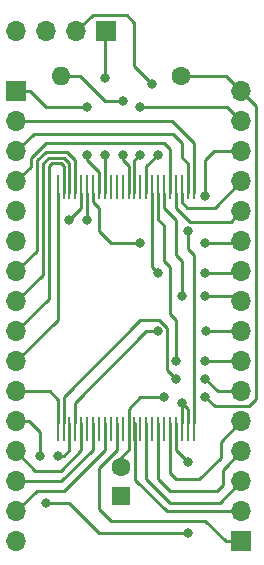
<source format=gbr>
%TF.GenerationSoftware,KiCad,Pcbnew,(5.1.7)-1*%
%TF.CreationDate,2022-07-02T23:21:54-03:00*%
%TF.ProjectId,ROMboard,524f4d62-6f61-4726-942e-6b696361645f,rev?*%
%TF.SameCoordinates,Original*%
%TF.FileFunction,Copper,L1,Top*%
%TF.FilePolarity,Positive*%
%FSLAX46Y46*%
G04 Gerber Fmt 4.6, Leading zero omitted, Abs format (unit mm)*
G04 Created by KiCad (PCBNEW (5.1.7)-1) date 2022-07-02 23:21:54*
%MOMM*%
%LPD*%
G01*
G04 APERTURE LIST*
%TA.AperFunction,ComponentPad*%
%ADD10C,1.600000*%
%TD*%
%TA.AperFunction,ComponentPad*%
%ADD11R,1.600000X1.600000*%
%TD*%
%TA.AperFunction,SMDPad,CuDef*%
%ADD12R,0.250000X2.100000*%
%TD*%
%TA.AperFunction,ComponentPad*%
%ADD13O,1.600000X1.600000*%
%TD*%
%TA.AperFunction,ComponentPad*%
%ADD14O,1.700000X1.700000*%
%TD*%
%TA.AperFunction,ComponentPad*%
%ADD15R,1.700000X1.700000*%
%TD*%
%TA.AperFunction,ViaPad*%
%ADD16C,0.800000*%
%TD*%
%TA.AperFunction,Conductor*%
%ADD17C,0.250000*%
%TD*%
G04 APERTURE END LIST*
D10*
%TO.P,C1,2*%
%TO.N,+5V*%
X39370000Y-87670000D03*
D11*
%TO.P,C1,1*%
%TO.N,GND*%
X39370000Y-90170000D03*
%TD*%
D12*
%TO.P,U1,48*%
%TO.N,/RA17*%
X45480000Y-84470000D03*
%TO.P,U1,47*%
%TO.N,GND*%
X44980000Y-84470000D03*
%TO.P,U1,46*%
X44480000Y-84470000D03*
%TO.P,U1,45*%
%TO.N,/A0*%
X43980000Y-84470000D03*
%TO.P,U1,44*%
%TO.N,/D7*%
X43480000Y-84470000D03*
%TO.P,U1,43*%
%TO.N,Net-(U1-Pad43)*%
X42980000Y-84470000D03*
%TO.P,U1,42*%
%TO.N,/D6*%
X42480000Y-84470000D03*
%TO.P,U1,41*%
%TO.N,Net-(U1-Pad41)*%
X41980000Y-84470000D03*
%TO.P,U1,40*%
%TO.N,/D5*%
X41480000Y-84470000D03*
%TO.P,U1,39*%
%TO.N,Net-(U1-Pad39)*%
X40980000Y-84470000D03*
%TO.P,U1,38*%
%TO.N,/D4*%
X40480000Y-84470000D03*
%TO.P,U1,37*%
%TO.N,+5V*%
X39980000Y-84470000D03*
%TO.P,U1,36*%
%TO.N,Net-(U1-Pad36)*%
X39480000Y-84470000D03*
%TO.P,U1,35*%
%TO.N,/D3*%
X38980000Y-84470000D03*
%TO.P,U1,34*%
%TO.N,Net-(U1-Pad34)*%
X38480000Y-84470000D03*
%TO.P,U1,33*%
%TO.N,/D2*%
X37980000Y-84470000D03*
%TO.P,U1,32*%
%TO.N,Net-(U1-Pad32)*%
X37480000Y-84470000D03*
%TO.P,U1,31*%
%TO.N,/D1*%
X36980000Y-84470000D03*
%TO.P,U1,30*%
%TO.N,Net-(U1-Pad30)*%
X36480000Y-84470000D03*
%TO.P,U1,29*%
%TO.N,/D0*%
X35980000Y-84470000D03*
%TO.P,U1,28*%
%TO.N,/RD_N*%
X35480000Y-84470000D03*
%TO.P,U1,27*%
%TO.N,GND*%
X34980000Y-84470000D03*
%TO.P,U1,26*%
%TO.N,/CE_N*%
X34480000Y-84470000D03*
%TO.P,U1,24*%
%TO.N,/A2*%
X33980000Y-63970000D03*
%TO.P,U1,23*%
%TO.N,/A3*%
X34480000Y-63970000D03*
%TO.P,U1,22*%
%TO.N,/A4*%
X34980000Y-63970000D03*
%TO.P,U1,21*%
%TO.N,/A5*%
X35480000Y-63970000D03*
%TO.P,U1,20*%
%TO.N,/A6*%
X35980000Y-63970000D03*
%TO.P,U1,19*%
%TO.N,/A7*%
X36480000Y-63970000D03*
%TO.P,U1,18*%
%TO.N,/A8*%
X36980000Y-63970000D03*
%TO.P,U1,17*%
%TO.N,/RA18*%
X37480000Y-63970000D03*
%TO.P,U1,16*%
%TO.N,/RA19*%
X37980000Y-63970000D03*
%TO.P,U1,15*%
%TO.N,Net-(U1-Pad15)*%
X38480000Y-63970000D03*
%TO.P,U1,14*%
%TO.N,Net-(U1-Pad14)*%
X38980000Y-63970000D03*
%TO.P,U1,13*%
%TO.N,Net-(U1-Pad13)*%
X39480000Y-63970000D03*
%TO.P,U1,12*%
%TO.N,/RST_N*%
X39980000Y-63970000D03*
%TO.P,U1,11*%
%TO.N,/ROMWR_N*%
X40480000Y-63970000D03*
%TO.P,U1,10*%
%TO.N,Net-(U1-Pad10)*%
X40980000Y-63970000D03*
%TO.P,U1,9*%
%TO.N,/RA20*%
X41480000Y-63970000D03*
%TO.P,U1,8*%
%TO.N,/A9*%
X41980000Y-63970000D03*
%TO.P,U1,7*%
%TO.N,/A10*%
X42480000Y-63970000D03*
%TO.P,U1,6*%
%TO.N,/A11*%
X42980000Y-63970000D03*
%TO.P,U1,5*%
%TO.N,/A12*%
X43480000Y-63970000D03*
%TO.P,U1,4*%
%TO.N,/A13*%
X43980000Y-63970000D03*
%TO.P,U1,3*%
%TO.N,/RA14*%
X44480000Y-63970000D03*
%TO.P,U1,2*%
%TO.N,/RA15*%
X44980000Y-63970000D03*
%TO.P,U1,25*%
%TO.N,/A1*%
X33980000Y-84470000D03*
%TO.P,U1,1*%
%TO.N,/RA16*%
X45480000Y-63970000D03*
%TD*%
D13*
%TO.P,R1,2*%
%TO.N,/RST_N*%
X34290000Y-54610000D03*
D10*
%TO.P,R1,1*%
%TO.N,+5V*%
X44450000Y-54610000D03*
%TD*%
D14*
%TO.P,J2,4*%
%TO.N,/RA22*%
X30480000Y-50800000D03*
%TO.P,J2,3*%
%TO.N,/RA21*%
X33020000Y-50800000D03*
%TO.P,J2,2*%
%TO.N,/RA20*%
X35560000Y-50800000D03*
D15*
%TO.P,J2,1*%
%TO.N,/RA19*%
X38100000Y-50800000D03*
%TD*%
D14*
%TO.P,J1,16*%
%TO.N,+5V*%
X49530000Y-55880000D03*
%TO.P,J1,15*%
%TO.N,/ROMWR_N*%
X49530000Y-58420000D03*
%TO.P,J1,14*%
%TO.N,/RA17*%
X49530000Y-60960000D03*
%TO.P,J1,13*%
%TO.N,/RA14*%
X49530000Y-63500000D03*
%TO.P,J1,12*%
%TO.N,/A13*%
X49530000Y-66040000D03*
%TO.P,J1,11*%
%TO.N,/A8*%
X49530000Y-68580000D03*
%TO.P,J1,10*%
%TO.N,/A9*%
X49530000Y-71120000D03*
%TO.P,J1,9*%
%TO.N,/A11*%
X49530000Y-73660000D03*
%TO.P,J1,8*%
%TO.N,/RD_N*%
X49530000Y-76200000D03*
%TO.P,J1,7*%
%TO.N,/A10*%
X49530000Y-78740000D03*
%TO.P,J1,6*%
%TO.N,/CE_N*%
X49530000Y-81280000D03*
%TO.P,J1,5*%
%TO.N,/D7*%
X49530000Y-83820000D03*
%TO.P,J1,4*%
%TO.N,/D6*%
X49530000Y-86360000D03*
%TO.P,J1,3*%
%TO.N,/D5*%
X49530000Y-88900000D03*
%TO.P,J1,2*%
%TO.N,/D4*%
X49530000Y-91440000D03*
D15*
%TO.P,J1,1*%
%TO.N,/D3*%
X49530000Y-93980000D03*
%TD*%
D14*
%TO.P,J0,16*%
%TO.N,GND*%
X30480000Y-93980000D03*
%TO.P,J0,15*%
%TO.N,/D2*%
X30480000Y-91440000D03*
%TO.P,J0,14*%
%TO.N,/D1*%
X30480000Y-88900000D03*
%TO.P,J0,13*%
%TO.N,/D0*%
X30480000Y-86360000D03*
%TO.P,J0,12*%
%TO.N,/A0*%
X30480000Y-83820000D03*
%TO.P,J0,11*%
%TO.N,/A1*%
X30480000Y-81280000D03*
%TO.P,J0,10*%
%TO.N,/A2*%
X30480000Y-78740000D03*
%TO.P,J0,9*%
%TO.N,/A3*%
X30480000Y-76200000D03*
%TO.P,J0,8*%
%TO.N,/A4*%
X30480000Y-73660000D03*
%TO.P,J0,7*%
%TO.N,/A5*%
X30480000Y-71120000D03*
%TO.P,J0,6*%
%TO.N,/A6*%
X30480000Y-68580000D03*
%TO.P,J0,5*%
%TO.N,/A7*%
X30480000Y-66040000D03*
%TO.P,J0,4*%
%TO.N,/A12*%
X30480000Y-63500000D03*
%TO.P,J0,3*%
%TO.N,/RA15*%
X30480000Y-60960000D03*
%TO.P,J0,2*%
%TO.N,/RA16*%
X30480000Y-58420000D03*
D15*
%TO.P,J0,1*%
%TO.N,/RA18*%
X30480000Y-55880000D03*
%TD*%
D16*
%TO.N,+5V*%
X46480000Y-81720000D03*
X42980000Y-81720000D03*
%TO.N,GND*%
X33980000Y-86720000D03*
X44480000Y-82220000D03*
%TO.N,/A0*%
X44980000Y-87220000D03*
X32480000Y-86720000D03*
X32980000Y-90720000D03*
X44980000Y-93220000D03*
%TO.N,/A6*%
X34980000Y-66720000D03*
%TO.N,/A7*%
X36480000Y-66720000D03*
%TO.N,/RA18*%
X36490002Y-61230002D03*
X36490002Y-57209998D03*
%TO.N,/ROMWR_N*%
X40980000Y-61220000D03*
X40980000Y-57220000D03*
%TO.N,/RA17*%
X44980000Y-67720000D03*
X46480000Y-64720000D03*
%TO.N,/A8*%
X46480000Y-68720000D03*
X40980000Y-68720000D03*
%TO.N,/A9*%
X46480000Y-71220000D03*
X42480000Y-71220000D03*
%TO.N,/A11*%
X46480000Y-73220000D03*
X44480000Y-73220000D03*
%TO.N,/RD_N*%
X46500000Y-76200000D03*
X42500000Y-76200000D03*
%TO.N,/A10*%
X46480000Y-78720000D03*
X43980000Y-78720000D03*
%TO.N,/CE_N*%
X46480000Y-80220000D03*
X43980000Y-80220000D03*
%TO.N,/RA20*%
X42480000Y-61220000D03*
X41980000Y-55220000D03*
%TO.N,/RA19*%
X37980000Y-61220000D03*
X37980000Y-54720000D03*
%TO.N,/RST_N*%
X39480000Y-61220000D03*
X39480000Y-56720000D03*
%TD*%
D17*
%TO.N,+5V*%
X39370000Y-86830000D02*
X39370000Y-87670000D01*
X39980000Y-86220000D02*
X39370000Y-86830000D01*
X39980000Y-83970000D02*
X39980000Y-86220000D01*
X48260000Y-54610000D02*
X49530000Y-55880000D01*
X44450000Y-54610000D02*
X48260000Y-54610000D01*
X50800000Y-57150000D02*
X49530000Y-55880000D01*
X50800000Y-81915000D02*
X50800000Y-57150000D01*
X50165000Y-82550000D02*
X50800000Y-81915000D01*
X47310000Y-82550000D02*
X50165000Y-82550000D01*
X46480000Y-81720000D02*
X46480000Y-81720000D01*
X46480000Y-81720000D02*
X47310000Y-82550000D01*
X39980000Y-82720000D02*
X40980000Y-81720000D01*
X39980000Y-82720000D02*
X39980000Y-83970000D01*
X40980000Y-81720000D02*
X40980000Y-81720000D01*
X42980000Y-81720000D02*
X40980000Y-81720000D01*
%TO.N,GND*%
X34980000Y-83970000D02*
X34980000Y-86220000D01*
X34980000Y-86220000D02*
X34480000Y-86720000D01*
X34480000Y-86720000D02*
X33980000Y-86720000D01*
X33980000Y-86720000D02*
X33980000Y-86720000D01*
X44480000Y-83970000D02*
X44480000Y-82720000D01*
X44480000Y-82720000D02*
X44480000Y-82220000D01*
X44480000Y-82220000D02*
X44480000Y-82220000D01*
X44980000Y-82720000D02*
X44480000Y-82220000D01*
X44980000Y-83970000D02*
X44980000Y-82720000D01*
%TO.N,/D2*%
X30480000Y-91440000D02*
X32200000Y-89720000D01*
X34480000Y-89720000D02*
X37980000Y-86220000D01*
X37980000Y-86220000D02*
X37980000Y-83970000D01*
X32200000Y-89720000D02*
X34480000Y-89720000D01*
%TO.N,/D1*%
X36980000Y-86220000D02*
X36980000Y-83970000D01*
X34300000Y-88900000D02*
X36980000Y-86220000D01*
X30480000Y-88900000D02*
X34300000Y-88900000D01*
%TO.N,/D0*%
X35980000Y-86220000D02*
X35980000Y-83970000D01*
X34230000Y-87970000D02*
X35980000Y-86220000D01*
X32090000Y-87970000D02*
X34230000Y-87970000D01*
X30480000Y-86360000D02*
X32090000Y-87970000D01*
%TO.N,/A0*%
X30480000Y-83820000D02*
X29845000Y-83820000D01*
X31080000Y-83820000D02*
X30480000Y-83820000D01*
X43980000Y-83970000D02*
X43980000Y-86220000D01*
X43980000Y-86220000D02*
X44980000Y-87220000D01*
X44980000Y-87220000D02*
X44980000Y-87220000D01*
X30480000Y-83820000D02*
X31580000Y-83820000D01*
X31580000Y-83820000D02*
X32480000Y-84720000D01*
X32480000Y-84720000D02*
X32480000Y-86720000D01*
X32480000Y-86720000D02*
X32480000Y-86720000D01*
X32980000Y-90720000D02*
X34980000Y-90720000D01*
X34980000Y-90720000D02*
X37480000Y-93220000D01*
X37480000Y-93220000D02*
X44980000Y-93220000D01*
X44980000Y-93220000D02*
X44980000Y-93220000D01*
%TO.N,/A1*%
X33980000Y-83970000D02*
X33980000Y-81970000D01*
X33290000Y-81280000D02*
X30480000Y-81280000D01*
X33980000Y-81970000D02*
X33290000Y-81280000D01*
%TO.N,/A2*%
X33980000Y-75240000D02*
X30480000Y-78740000D01*
X33980000Y-64470000D02*
X33980000Y-75240000D01*
%TO.N,/A3*%
X30480000Y-76200000D02*
X33230000Y-73450000D01*
X33230000Y-73450000D02*
X33230000Y-62220000D01*
X33230000Y-62220000D02*
X33480000Y-61970000D01*
X33480000Y-61970000D02*
X34230000Y-61970000D01*
X34480000Y-62220000D02*
X34480000Y-64470000D01*
X34230000Y-61970000D02*
X34480000Y-62220000D01*
%TO.N,/A4*%
X30480000Y-73660000D02*
X32730000Y-71410000D01*
X32730000Y-71410000D02*
X32730000Y-61970000D01*
X32730000Y-61970000D02*
X33230000Y-61470000D01*
X33230000Y-61470000D02*
X34480000Y-61470000D01*
X34980000Y-61970000D02*
X34980000Y-64470000D01*
X34480000Y-61470000D02*
X34980000Y-61970000D01*
%TO.N,/A5*%
X35480000Y-61720000D02*
X35480000Y-64470000D01*
X34730000Y-60970000D02*
X35480000Y-61720000D01*
X32980000Y-60970000D02*
X34730000Y-60970000D01*
X32230000Y-61720000D02*
X32980000Y-60970000D01*
X32230000Y-69370000D02*
X32230000Y-61720000D01*
X30480000Y-71120000D02*
X32230000Y-69370000D01*
%TO.N,/A6*%
X35980000Y-65720000D02*
X35980000Y-64470000D01*
X34980000Y-66720000D02*
X35980000Y-65720000D01*
X34980000Y-66720000D02*
X34980000Y-66720000D01*
%TO.N,/A7*%
X36480000Y-65970000D02*
X36480000Y-64470000D01*
X36480000Y-66720000D02*
X36480000Y-65970000D01*
%TO.N,/A12*%
X42980000Y-60220000D02*
X43480000Y-60720000D01*
X32980000Y-60220000D02*
X42980000Y-60220000D01*
X31730000Y-62250000D02*
X31730000Y-61470000D01*
X43480000Y-60720000D02*
X43480000Y-64470000D01*
X31730000Y-61470000D02*
X32980000Y-60220000D01*
X30480000Y-63500000D02*
X31730000Y-62250000D01*
%TO.N,/RA15*%
X30480000Y-60960000D02*
X31970000Y-59470000D01*
X44980000Y-61970000D02*
X44980000Y-64470000D01*
X44480000Y-61470000D02*
X44980000Y-61970000D01*
X43730000Y-59470000D02*
X44480000Y-60220000D01*
X44480000Y-60220000D02*
X44480000Y-61470000D01*
X31970000Y-59470000D02*
X43730000Y-59470000D01*
%TO.N,/RA16*%
X45480000Y-60220000D02*
X45480000Y-64470000D01*
X43680000Y-58420000D02*
X45480000Y-60220000D01*
X30480000Y-58420000D02*
X43680000Y-58420000D01*
%TO.N,/RA18*%
X37480000Y-62709998D02*
X36490002Y-61720000D01*
X37480000Y-62720000D02*
X37480000Y-62709998D01*
X37480000Y-64470000D02*
X37480000Y-62720000D01*
X36490002Y-61720000D02*
X36490002Y-61230002D01*
X36490002Y-61230002D02*
X36490002Y-61230002D01*
X36490002Y-57209998D02*
X32969998Y-57209998D01*
X31640000Y-55880000D02*
X30480000Y-55880000D01*
X32969998Y-57209998D02*
X31640000Y-55880000D01*
%TO.N,/ROMWR_N*%
X40480000Y-61720000D02*
X40980000Y-61220000D01*
X40480000Y-64470000D02*
X40480000Y-61720000D01*
X40980000Y-61220000D02*
X40980000Y-61220000D01*
X48330000Y-57220000D02*
X49530000Y-58420000D01*
X40980000Y-57220000D02*
X48330000Y-57220000D01*
%TO.N,/RA17*%
X44980000Y-67720000D02*
X44980000Y-67720000D01*
X46480000Y-64720000D02*
X46480000Y-61720000D01*
X47240000Y-60960000D02*
X49530000Y-60960000D01*
X46480000Y-61720000D02*
X47240000Y-60960000D01*
X44980000Y-67720000D02*
X44980000Y-69220000D01*
X44980000Y-69220000D02*
X45480000Y-69720000D01*
X45480000Y-83970000D02*
X45480000Y-69720000D01*
%TO.N,/RA14*%
X44480000Y-65230002D02*
X44969998Y-65720000D01*
X44480000Y-64470000D02*
X44480000Y-65230002D01*
X47310000Y-65720000D02*
X49530000Y-63500000D01*
X44969998Y-65720000D02*
X47310000Y-65720000D01*
%TO.N,/A13*%
X48680001Y-66889999D02*
X49530000Y-66040000D01*
X45149999Y-66889999D02*
X48680001Y-66889999D01*
X43980000Y-65720000D02*
X45149999Y-66889999D01*
X43980000Y-64470000D02*
X43980000Y-65720000D01*
%TO.N,/A8*%
X49170000Y-68220000D02*
X49530000Y-68580000D01*
X40480000Y-68720000D02*
X40480000Y-68720000D01*
X49390000Y-68720000D02*
X49530000Y-68580000D01*
X46480000Y-68720000D02*
X49390000Y-68720000D01*
X40480000Y-68720000D02*
X40980000Y-68720000D01*
X37474999Y-67714999D02*
X38480000Y-68720000D01*
X37474999Y-65725001D02*
X37474999Y-67714999D01*
X38480000Y-68720000D02*
X40480000Y-68720000D01*
X36980000Y-65230002D02*
X37474999Y-65725001D01*
X36980000Y-64470000D02*
X36980000Y-65230002D01*
%TO.N,/A9*%
X41980000Y-64470000D02*
X41980000Y-65220000D01*
X49430000Y-71220000D02*
X49530000Y-71120000D01*
X46480000Y-71220000D02*
X49430000Y-71220000D01*
X41980000Y-69720000D02*
X41980000Y-65220000D01*
X42480000Y-71220000D02*
X41980000Y-70720000D01*
X41980000Y-70720000D02*
X41980000Y-69720000D01*
%TO.N,/A11*%
X49090000Y-73220000D02*
X49530000Y-73660000D01*
X46480000Y-73220000D02*
X49090000Y-73220000D01*
X42980000Y-65720000D02*
X43980000Y-66720000D01*
X42980000Y-64470000D02*
X42980000Y-65720000D01*
X43980000Y-69720000D02*
X44480000Y-70220000D01*
X43980000Y-66720000D02*
X43980000Y-69720000D01*
X44480000Y-70220000D02*
X44480000Y-73220000D01*
%TO.N,/RD_N*%
X49530000Y-76200000D02*
X46500000Y-76200000D01*
X46500000Y-76200000D02*
X46500000Y-76200000D01*
X41500000Y-76200000D02*
X42500000Y-76200000D01*
X35480000Y-82220000D02*
X41500000Y-76200000D01*
X35480000Y-83970000D02*
X35480000Y-82220000D01*
%TO.N,/A10*%
X49510000Y-78720000D02*
X49530000Y-78740000D01*
X46480000Y-78720000D02*
X49510000Y-78720000D01*
X42480000Y-66720000D02*
X42980000Y-67220000D01*
X42480000Y-64470000D02*
X42480000Y-66720000D01*
X43980000Y-78720000D02*
X43980000Y-75220000D01*
X42980000Y-70220000D02*
X43480000Y-70720000D01*
X42980000Y-67220000D02*
X42980000Y-70220000D01*
X43480000Y-70720000D02*
X43480000Y-74720000D01*
X43980000Y-75220000D02*
X43480000Y-74720000D01*
%TO.N,/CE_N*%
X49530000Y-81280000D02*
X47540000Y-81280000D01*
X47540000Y-81280000D02*
X46480000Y-80220000D01*
X46480000Y-80220000D02*
X46480000Y-80220000D01*
X43254999Y-75881997D02*
X42593002Y-75220000D01*
X43254999Y-79494999D02*
X43254999Y-75881997D01*
X43980000Y-80220000D02*
X43254999Y-79494999D01*
X42593002Y-75220000D02*
X40980000Y-75220000D01*
X34480000Y-81720000D02*
X34480000Y-83970000D01*
X40980000Y-75220000D02*
X34480000Y-81720000D01*
%TO.N,/D7*%
X47805000Y-86895000D02*
X47805000Y-85545000D01*
X45980000Y-88720000D02*
X47805000Y-86895000D01*
X43980000Y-88720000D02*
X45980000Y-88720000D01*
X43480000Y-88220000D02*
X43980000Y-88720000D01*
X47805000Y-85545000D02*
X49530000Y-83820000D01*
X43480000Y-83970000D02*
X43480000Y-88220000D01*
%TO.N,/D6*%
X47980000Y-87910000D02*
X48325000Y-87565000D01*
X47980000Y-89220000D02*
X47980000Y-87910000D01*
X47480000Y-89720000D02*
X47980000Y-89220000D01*
X43480000Y-89720000D02*
X47480000Y-89720000D01*
X42480000Y-88720000D02*
X43480000Y-89720000D01*
X48325000Y-87565000D02*
X49530000Y-86360000D01*
X42480000Y-83970000D02*
X42480000Y-88720000D01*
%TO.N,/D5*%
X47710000Y-90720000D02*
X49530000Y-88900000D01*
X43480000Y-90720000D02*
X47710000Y-90720000D01*
X41480000Y-88720000D02*
X43480000Y-90720000D01*
X41480000Y-83970000D02*
X41480000Y-88720000D01*
%TO.N,/D4*%
X40495001Y-83985001D02*
X40495001Y-88735001D01*
X40480000Y-83970000D02*
X40495001Y-83985001D01*
X43200000Y-91440000D02*
X49530000Y-91440000D01*
X40495001Y-88735001D02*
X43200000Y-91440000D01*
%TO.N,/D3*%
X37480000Y-87720000D02*
X37480000Y-91220000D01*
X38980000Y-86220000D02*
X37480000Y-87720000D01*
X38980000Y-83970000D02*
X38980000Y-86220000D01*
X37480000Y-91220000D02*
X38480000Y-92220000D01*
X46480000Y-92240000D02*
X48220000Y-93980000D01*
X46480000Y-92220000D02*
X46480000Y-92240000D01*
X48220000Y-93980000D02*
X49530000Y-93980000D01*
X38480000Y-92220000D02*
X46480000Y-92220000D01*
%TO.N,/RA20*%
X41480000Y-62220000D02*
X41480000Y-64470000D01*
X41480000Y-62220000D02*
X42480000Y-61220000D01*
X42480000Y-61220000D02*
X42480000Y-61220000D01*
X40480000Y-53720000D02*
X41980000Y-55220000D01*
X40480000Y-50060000D02*
X40480000Y-53720000D01*
X39810000Y-49390000D02*
X40480000Y-50060000D01*
X36970000Y-49390000D02*
X39810000Y-49390000D01*
X35560000Y-50800000D02*
X36970000Y-49390000D01*
%TO.N,/RA19*%
X37980000Y-64470000D02*
X37980000Y-62220000D01*
X37980000Y-62220000D02*
X37980000Y-61220000D01*
X37980000Y-61220000D02*
X37980000Y-61220000D01*
X37980000Y-50920000D02*
X38100000Y-50800000D01*
X37980000Y-54720000D02*
X37980000Y-54720000D01*
X37980000Y-54720000D02*
X37980000Y-50920000D01*
%TO.N,/RST_N*%
X39980000Y-64470000D02*
X39980000Y-62709998D01*
X39980000Y-62709998D02*
X39980000Y-62220000D01*
X39980000Y-62220000D02*
X39480000Y-61720000D01*
X39480000Y-61720000D02*
X39480000Y-61220000D01*
X39480000Y-61220000D02*
X39480000Y-61220000D01*
X35870000Y-54610000D02*
X34290000Y-54610000D01*
X37980000Y-56720000D02*
X35870000Y-54610000D01*
X39480000Y-56720000D02*
X37980000Y-56720000D01*
%TD*%
M02*

</source>
